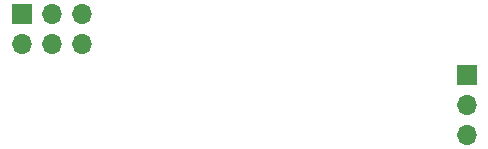
<source format=gbs>
G04 #@! TF.GenerationSoftware,KiCad,Pcbnew,7.0.2*
G04 #@! TF.CreationDate,2024-01-30T17:08:08-08:00*
G04 #@! TF.ProjectId,fuck-sao,6675636b-2d73-4616-9f2e-6b696361645f,rev?*
G04 #@! TF.SameCoordinates,Original*
G04 #@! TF.FileFunction,Soldermask,Bot*
G04 #@! TF.FilePolarity,Negative*
%FSLAX46Y46*%
G04 Gerber Fmt 4.6, Leading zero omitted, Abs format (unit mm)*
G04 Created by KiCad (PCBNEW 7.0.2) date 2024-01-30 17:08:08*
%MOMM*%
%LPD*%
G01*
G04 APERTURE LIST*
%ADD10R,1.700000X1.700000*%
%ADD11O,1.700000X1.700000*%
G04 APERTURE END LIST*
D10*
X98720000Y-88510000D03*
D11*
X98720000Y-91050000D03*
X101260000Y-88510000D03*
X101260000Y-91050000D03*
X103800000Y-88510000D03*
X103800000Y-91050000D03*
D10*
X136400000Y-93720000D03*
D11*
X136400000Y-96260000D03*
X136400000Y-98800000D03*
M02*

</source>
